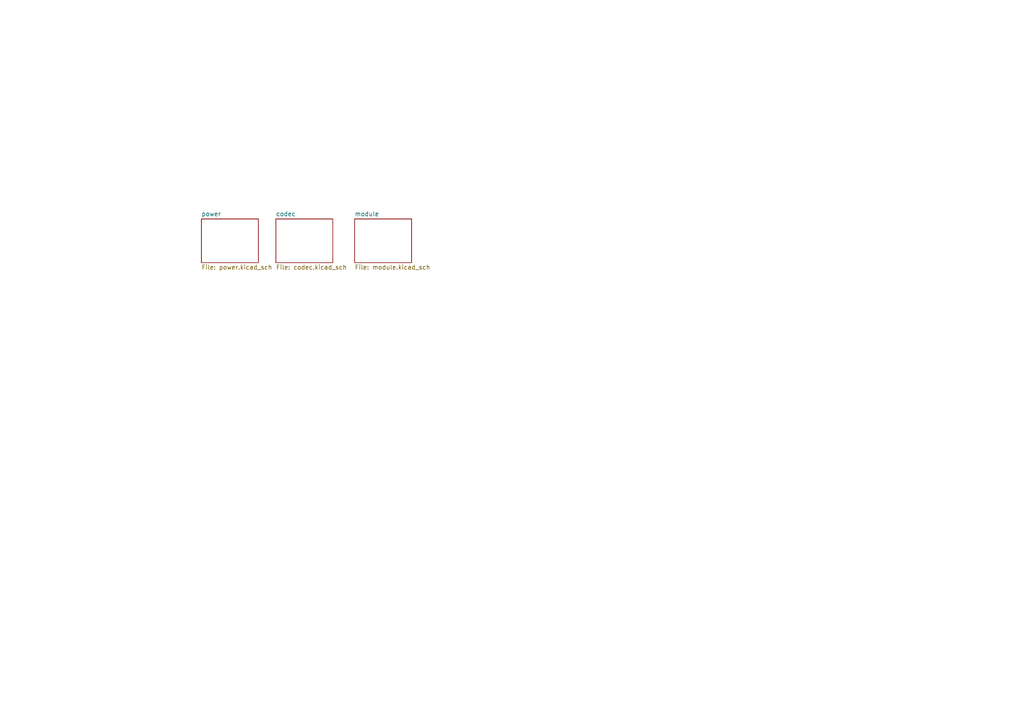
<source format=kicad_sch>
(kicad_sch
	(version 20250114)
	(generator "eeschema")
	(generator_version "9.0")
	(uuid "484c4955-80b8-457c-864e-1c65a3218727")
	(paper "A4")
	(lib_symbols)
	(sheet
		(at 102.87 63.5)
		(size 16.51 12.7)
		(exclude_from_sim no)
		(in_bom yes)
		(on_board yes)
		(dnp no)
		(fields_autoplaced yes)
		(stroke
			(width 0.1524)
			(type solid)
		)
		(fill
			(color 0 0 0 0.0000)
		)
		(uuid "997ce102-fb88-40aa-aa88-8276fee4bd02")
		(property "Sheetname" "module"
			(at 102.87 62.7884 0)
			(effects
				(font
					(size 1.27 1.27)
				)
				(justify left bottom)
			)
		)
		(property "Sheetfile" "module.kicad_sch"
			(at 102.87 76.7846 0)
			(effects
				(font
					(size 1.27 1.27)
				)
				(justify left top)
			)
		)
		(instances
			(project "FSC-BT631D-Breakout"
				(path "/484c4955-80b8-457c-864e-1c65a3218727"
					(page "4")
				)
			)
		)
	)
	(sheet
		(at 58.42 63.5)
		(size 16.51 12.7)
		(exclude_from_sim no)
		(in_bom yes)
		(on_board yes)
		(dnp no)
		(fields_autoplaced yes)
		(stroke
			(width 0.1524)
			(type solid)
		)
		(fill
			(color 0 0 0 0.0000)
		)
		(uuid "bcad7757-d813-4960-9c64-164aa425f5cb")
		(property "Sheetname" "power"
			(at 58.42 62.7884 0)
			(effects
				(font
					(size 1.27 1.27)
				)
				(justify left bottom)
			)
		)
		(property "Sheetfile" "power.kicad_sch"
			(at 58.42 76.7846 0)
			(effects
				(font
					(size 1.27 1.27)
				)
				(justify left top)
			)
		)
		(instances
			(project "FSC-BT631D-Breakout"
				(path "/484c4955-80b8-457c-864e-1c65a3218727"
					(page "2")
				)
			)
		)
	)
	(sheet
		(at 80.01 63.5)
		(size 16.51 12.7)
		(exclude_from_sim no)
		(in_bom yes)
		(on_board yes)
		(dnp no)
		(fields_autoplaced yes)
		(stroke
			(width 0.1524)
			(type solid)
		)
		(fill
			(color 0 0 0 0.0000)
		)
		(uuid "ced8c403-ba0b-4a5a-a456-f2bd5f7703a3")
		(property "Sheetname" "codec"
			(at 80.01 62.7884 0)
			(effects
				(font
					(size 1.27 1.27)
				)
				(justify left bottom)
			)
		)
		(property "Sheetfile" "codec.kicad_sch"
			(at 80.01 76.7846 0)
			(effects
				(font
					(size 1.27 1.27)
				)
				(justify left top)
			)
		)
		(instances
			(project "FSC-BT631D-Breakout"
				(path "/484c4955-80b8-457c-864e-1c65a3218727"
					(page "3")
				)
			)
		)
	)
	(sheet_instances
		(path "/"
			(page "1")
		)
	)
	(embedded_fonts no)
)

</source>
